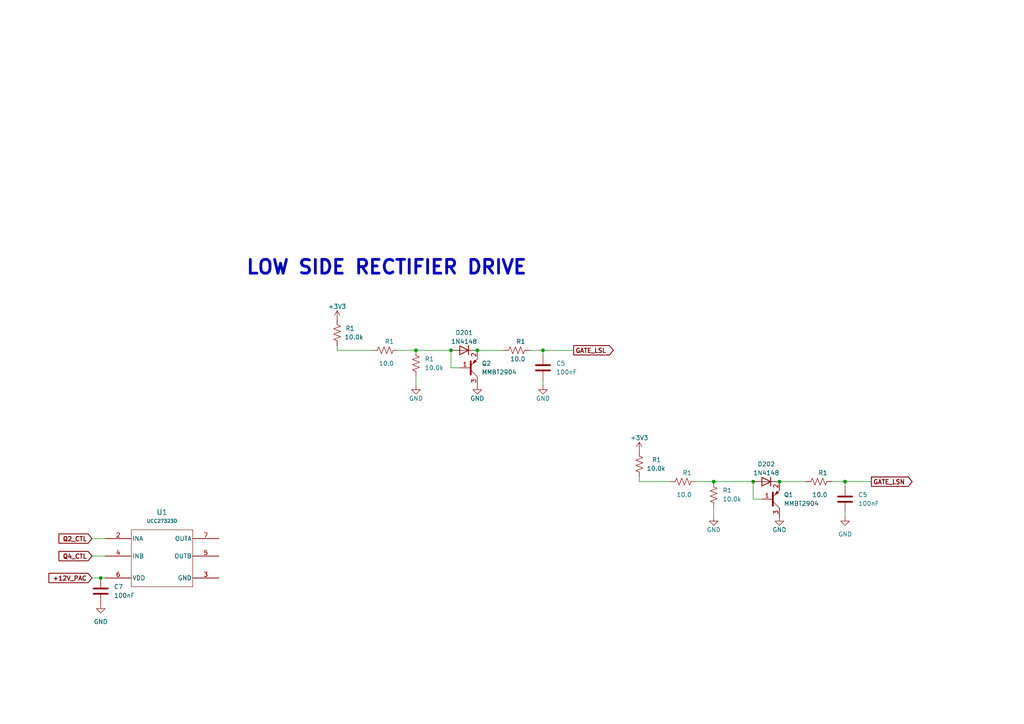
<source format=kicad_sch>
(kicad_sch (version 20230121) (generator eeschema)
  (paper "A4")
  (lib_symbols
    (symbol "Device:C" (pin_numbers hide) (pin_names (offset 0.254))
      (property "Reference" "C" (at 0.635 2.54 0))
      (property "Value" "C" (at 0.635 -2.54 0))
      (symbol "C_0_1"
        (polyline (pts (xy -2.032 -0.762) (xy 2.032 -0.762)) (stroke (width 0.508)))
        (polyline (pts (xy -2.032 0.762) (xy 2.032 0.762)) (stroke (width 0.508)))
      )
      (symbol "C_1_1"
        (pin passive line (at 0 3.81 270) (length 2.794) (name "~") (number "1"))
        (pin passive line (at 0 -3.81 90) (length 2.794) (name "~") (number "2"))
      )
    )
    (symbol "Device:D" (pin_numbers hide) (pin_names (offset 1.016) hide)
      (property "Reference" "D" (at 0 2.54 0))
      (property "Value" "D" (at 0 -2.54 0))
      (symbol "D_0_1"
        (polyline (pts (xy -1.27 1.27) (xy -1.27 -1.27)) (stroke (width 0.254)))
        (polyline (pts (xy 1.27 0) (xy -1.27 0)))
        (polyline (pts (xy 1.27 1.27) (xy 1.27 -1.27) (xy -1.27 0) (xy 1.27 1.27)) (stroke (width 0.254)))
      )
      (symbol "D_1_1"
        (pin passive line (at -3.81 0 0) (length 2.54) (name "K") (number "1"))
        (pin passive line (at 3.81 0 180) (length 2.54) (name "A") (number "2"))
      )
    )
    (symbol "Device:R_US" (pin_numbers hide) (pin_names (offset 0))
      (property "Reference" "R" (at 2.54 0 90))
      (property "Value" "R_US" (at -2.54 0 90))
      (symbol "R_US_0_1"
        (polyline (pts (xy 0 -2.286) (xy 0 -2.54)))
        (polyline (pts (xy 0 2.286) (xy 0 2.54)))
        (polyline (pts (xy 0 -0.762) (xy 1.016 -1.143) (xy 0 -1.524) (xy -1.016 -1.905) (xy 0 -2.286)))
        (polyline (pts (xy 0 0.762) (xy 1.016 0.381) (xy 0 0) (xy -1.016 -0.381) (xy 0 -0.762)))
        (polyline (pts (xy 0 2.286) (xy 1.016 1.905) (xy 0 1.524) (xy -1.016 1.143) (xy 0 0.762)))
      )
      (symbol "R_US_1_1"
        (pin passive line (at 0 3.81 270) (length 1.27) (name "~") (number "1"))
        (pin passive line (at 0 -3.81 90) (length 1.27) (name "~") (number "2"))
      )
    )
    (symbol "fb_smps_symbols:MMBT2904" (pin_names (offset 0) hide)
      (property "Reference" "Q" (at 5.08 1.905 0))
      (property "Value" "MMBT2904" (at 5.08 0 0))
      (symbol "MMBT2904_0_1"
        (polyline (pts (xy 0.635 0.635) (xy 2.54 2.54)))
        (polyline (pts (xy 0.635 -0.635) (xy 2.54 -2.54) (xy 2.54 -2.54)))
        (polyline (pts (xy 0.635 1.905) (xy 0.635 -1.905) (xy 0.635 -1.905)) (stroke (width 0.508)))
        (polyline (pts (xy 2.286 -1.778) (xy 1.778 -2.286) (xy 1.27 -1.27) (xy 2.286 -1.778) (xy 2.286 -1.778)) (fill (type outline)))
      )
      (symbol "MMBT2904_1_1"
        (pin input line (at -2.54 0 0) (length 3) (name "B") (number "1"))
        (pin passive line (at 2.54 -5.08 90) (length 2.54) (name "E") (number "2"))
        (pin passive line (at 2.54 5.08 270) (length 2.54) (name "C") (number "3"))
      )
    )
    (symbol "fb_smps_symbols:UCC27323D" (pin_names (offset 0.254))
      (property "Reference" "U" (at 10.16 1.27 0))
      (property "Value" "UCC27323D" (at 20.32 -17.78 0))
      (symbol "UCC27323D_0_1"
        (polyline (pts (xy 7.62 -16.51) (xy 25.4 -16.51)) (stroke (width 0.127)))
        (polyline (pts (xy 7.62 0) (xy 7.62 -16.51)) (stroke (width 0.127)))
        (polyline (pts (xy 25.4 -16.51) (xy 25.4 0)) (stroke (width 0.127)))
        (polyline (pts (xy 25.4 0) (xy 7.62 0)) (stroke (width 0.127)))
        (pin input line (at 0 -2.54 0) (length 7.62) (name "INA") (number "2"))
        (pin input line (at 0 -7.62 0) (length 7.62) (name "INB") (number "4"))
        (pin output line (at 33.02 -7.62 180) (length 7.62) (name "OUTB") (number "5"))
        (pin power_in line (at 0 -13.97 0) (length 7.62) (name "VDD") (number "6"))
        (pin output line (at 33.02 -2.54 180) (length 7.62) (name "OUTA") (number "7"))
      )
      (symbol "UCC27323D_1_1"
        (pin power_in line (at 33.02 -13.97 180) (length 7.62) (name "GND") (number "3"))
      )
    )
    (symbol "power:+3.3V" (power) (pin_names (offset 0))
      (property "Value" "+3.3V" (at 0 3.556 0))
      (symbol "+3.3V_0_1"
        (polyline (pts (xy -0.762 1.27) (xy 0 2.54)))
        (polyline (pts (xy 0 0) (xy 0 2.54)))
        (polyline (pts (xy 0 2.54) (xy 0.762 1.27)))
      )
      (symbol "+3.3V_1_1"
        (pin power_in line (at 0 0 90) (length 0) hide (name "+3V3") (number "1"))
      )
    )
    (symbol "power:GND" (power) (pin_names (offset 0))
      (property "Value" "GND" (at 0 -3.81 0))
      (symbol "GND_0_1"
        (polyline (pts (xy 0 0) (xy 0 -1.27) (xy 1.27 -1.27) (xy 0 -2.54) (xy -1.27 -1.27) (xy 0 -1.27)))
      )
      (symbol "GND_1_1"
        (pin power_in line (at 0 0 270) (length 0) hide (name "GND") (number "1"))
      )
    )
  )
  (junction (at 138.43 101.6))
  (junction (at 130.81 101.6))
  (junction (at 120.65 101.6))
  (junction (at 29.21 167.64))
  (junction (at 226.06 139.7))
  (junction (at 157.48 101.6))
  (junction (at 207.01 139.7))
  (junction (at 218.44 139.7))
  (junction (at 245.11 139.7))
  (wire (pts (xy 97.79 101.6) (xy 97.79 100.33)))
  (wire (pts (xy 115.57 101.6) (xy 120.65 101.6)))
  (wire (pts (xy 245.11 149.86) (xy 245.11 148.59)))
  (wire (pts (xy 157.48 101.6) (xy 157.48 102.87)))
  (wire (pts (xy 201.93 139.7) (xy 207.01 139.7)))
  (wire (pts (xy 218.44 144.78) (xy 220.98 144.78)))
  (wire (pts (xy 138.43 101.6) (xy 138.43 102.87)))
  (wire (pts (xy 26.67 161.29) (xy 30.48 161.29)))
  (wire (pts (xy 120.65 109.22) (xy 120.65 111.76)))
  (wire (pts (xy 130.81 106.68) (xy 130.81 101.6)))
  (wire (pts (xy 241.3 139.7) (xy 245.11 139.7)))
  (wire (pts (xy 26.67 156.21) (xy 30.48 156.21)))
  (wire (pts (xy 157.48 111.76) (xy 157.48 110.49)))
  (wire (pts (xy 185.42 139.7) (xy 185.42 138.43)))
  (wire (pts (xy 226.06 139.7) (xy 233.68 139.7)))
  (wire (pts (xy 97.79 101.6) (xy 107.95 101.6)))
  (wire (pts (xy 157.48 101.6) (xy 166.37 101.6)))
  (wire (pts (xy 120.65 101.6) (xy 130.81 101.6)))
  (wire (pts (xy 245.11 139.7) (xy 245.11 140.97)))
  (wire (pts (xy 29.21 167.64) (xy 30.48 167.64)))
  (wire (pts (xy 153.67 101.6) (xy 157.48 101.6)))
  (wire (pts (xy 245.11 139.7) (xy 252.73 139.7)))
  (wire (pts (xy 207.01 139.7) (xy 218.44 139.7)))
  (wire (pts (xy 26.67 167.64) (xy 29.21 167.64)))
  (wire (pts (xy 218.44 144.78) (xy 218.44 139.7)))
  (wire (pts (xy 207.01 147.32) (xy 207.01 149.86)))
  (wire (pts (xy 138.43 101.6) (xy 146.05 101.6)))
  (wire (pts (xy 185.42 139.7) (xy 194.31 139.7)))
  (wire (pts (xy 130.81 106.68) (xy 133.35 106.68)))
  (text "LOW SIDE RECTIFIER DRIVE" (at 71.12 80.01 0) (effects (font (size 4 4) (thickness 0.8) bold) (justify left bottom)))
  (global_label "Q2_CTL" (shape input) (at 26.67 156.21 180) (effects (font bold)) (property "Intersheetrefs" "${INTERSHEET_REFS}" (effects hide)))
  (global_label "Q4_CTL" (shape input) (at 26.67 161.29 180) (effects (font bold)) (property "Intersheetrefs" "${INTERSHEET_REFS}" (effects hide)))
  (global_label "+12V_PAC" (shape input) (at 26.67 167.64 180) (effects (font bold)) (property "Intersheetrefs" "${INTERSHEET_REFS}" (effects hide)))
  (global_label "GATE_LSL" (shape output) (at 166.37 101.6 0) (effects (font bold)) (property "Intersheetrefs" "${INTERSHEET_REFS}" (effects hide)))
  (global_label "GATE_LSN" (shape output) (at 252.73 139.7 0) (effects (font bold)) (property "Intersheetrefs" "${INTERSHEET_REFS}" (effects hide)))
  (symbol (lib_id "Device:R_US") (at 111.76 101.6 90) (unit 1)
    (property "Reference" "R1" (at 114.3 99.06 90) (effects (justify left)))
    (property "Value" "10.0" (at 114.3 105.41 90) (effects (justify left)))
    (instances (project "full_bridge_smps" (path "" (reference "R1") (unit 1)) (path "" (reference "R205") (unit 1))))
  )
  (symbol (lib_id "power:GND") (at 157.48 111.76 0) (unit 1)
    (property "Reference" "#PWR09" (effects hide))
    (property "Value" "GND" (at 157.48 115.57 0))
  )
  (symbol (lib_id "fb_smps_symbols:MMBT2904") (at 223.52 144.78 0) (mirror x) (unit 1)
    (property "Reference" "Q1" (at 227.33 143.51 0) (effects (justify left)))
    (property "Value" "MMBT2904" (at 227.33 146.05 0) (effects (justify left)))
    (property "Footprint" "fb_smps_footprints:MMBT2907" (effects hide))
  )
  (symbol (lib_id "power:GND") (at 226.06 149.86 0) (unit 1)
    (property "Reference" "#PWR012" (effects hide))
    (property "Value" "GND" (at 226.06 153.67 0))
  )
  (symbol (lib_id "Device:R_US") (at 237.49 139.7 90) (unit 1)
    (property "Reference" "R1" (at 240.03 137.16 90) (effects (justify left)))
    (property "Value" "10.0" (at 240.03 143.51 90) (effects (justify left)))
    (instances (project "full_bridge_smps" (path "" (reference "R1") (unit 1)) (path "" (reference "R202") (unit 1))))
  )
  (symbol (lib_id "power:+3.3V") (at 185.42 130.81 0) (unit 1)
    (property "Reference" "#PWR019" (effects hide))
    (property "Value" "+3.3V" (at 185.42 127 0))
    (instances (project "full_bridge_smps" (path "" (reference "#PWR019") (unit 1)) (path "" (reference "#PWR021") (unit 1))))
  )
  (symbol (lib_id "power:GND") (at 138.43 111.76 0) (unit 1)
    (property "Reference" "#PWR013" (effects hide))
    (property "Value" "GND" (at 138.43 115.57 0))
  )
  (symbol (lib_id "power:GND") (at 245.11 149.86 0) (unit 1)
    (property "Reference" "#PWR011" (effects hide))
    (property "Value" "GND" (at 245.11 154.94 0))
  )
  (symbol (lib_id "fb_smps_symbols:UCC27323D") (at 30.48 153.67 0) (unit 1)
    (property "Reference" "U1" (at 46.99 148.59 0) (effects (font (size 1.524 1.524))))
    (property "Value" "UCC27323D" (at 46.99 151.13 0) (effects (font (size 1 1))))
    (property "Footprint" "fb_smps_footprints:UCC27323D" (effects hide))
    (property "Datasheet" "UCC27323D" (effects hide))
  )
  (symbol (lib_id "Device:R_US") (at 120.65 105.41 0) (unit 1)
    (property "Reference" "R1" (at 123.19 104.14 0) (effects (justify left)))
    (property "Value" "10.0k" (at 123.19 106.68 0) (effects (justify left)))
    (instances (project "full_bridge_smps" (path "" (reference "R1") (unit 1)) (path "" (reference "R203") (unit 1))))
  )
  (symbol (lib_id "Device:R_US") (at 149.86 101.6 90) (unit 1)
    (property "Reference" "R1" (at 152.4 99.06 90) (effects (justify left)))
    (property "Value" "10.0" (at 152.4 104.14 90) (effects (justify left)))
    (instances (project "full_bridge_smps" (path "" (reference "R1") (unit 1)) (path "" (reference "R201") (unit 1))))
  )
  (symbol (lib_id "Device:C") (at 157.48 106.68 0) (unit 1)
    (property "Reference" "C5" (at 161.29 105.41 0) (effects (justify left)))
    (property "Value" "100nF" (at 161.29 107.95 0) (effects (justify left)))
    (instances (project "full_bridge_smps" (path "" (reference "C5") (unit 1)) (path "" (reference "C201") (unit 1))))
  )
  (symbol (lib_id "Device:R_US") (at 198.12 139.7 90) (unit 1)
    (property "Reference" "R1" (at 200.66 137.16 90) (effects (justify left)))
    (property "Value" "10.0" (at 200.66 143.51 90) (effects (justify left)))
    (instances (project "full_bridge_smps" (path "" (reference "R1") (unit 1)) (path "" (reference "R206") (unit 1))))
  )
  (symbol (lib_id "Device:D") (at 222.25 139.7 180) (unit 1)
    (property "Reference" "D202" (at 222.25 134.62 0))
    (property "Value" "1N4148" (at 222.25 137.16 0))
  )
  (symbol (lib_id "power:GND") (at 207.01 149.86 0) (unit 1)
    (property "Reference" "#PWR010" (effects hide))
    (property "Value" "GND" (at 207.01 153.67 0))
  )
  (symbol (lib_id "Device:C") (at 29.21 171.45 0) (unit 1)
    (property "Reference" "C7" (at 33.02 170.18 0) (effects (justify left)))
    (property "Value" "100nF" (at 33.02 172.72 0) (effects (justify left)))
  )
  (symbol (lib_id "power:GND") (at 29.21 175.26 0) (unit 1)
    (property "Reference" "#PWR07" (effects hide))
    (property "Value" "GND" (at 29.21 180.34 0))
  )
  (symbol (lib_id "Device:R_US") (at 207.01 143.51 0) (unit 1)
    (property "Reference" "R1" (at 209.55 142.24 0) (effects (justify left)))
    (property "Value" "10.0k" (at 209.55 144.78 0) (effects (justify left)))
    (instances (project "full_bridge_smps" (path "" (reference "R1") (unit 1)) (path "" (reference "R204") (unit 1))))
  )
  (symbol (lib_id "Device:C") (at 245.11 144.78 0) (unit 1)
    (property "Reference" "C5" (at 248.92 143.51 0) (effects (justify left)))
    (property "Value" "100nF" (at 248.92 146.05 0) (effects (justify left)))
    (instances (project "full_bridge_smps" (path "" (reference "C5") (unit 1)) (path "" (reference "C9") (unit 1))))
  )
  (symbol (lib_id "power:+3.3V") (at 97.79 92.71 0) (unit 1)
    (property "Reference" "#PWR019" (effects hide))
    (property "Value" "+3.3V" (at 97.79 88.9 0))
    (instances (project "full_bridge_smps" (path "" (reference "#PWR019") (unit 1)) (path "" (reference "#PWR020") (unit 1))))
  )
  (symbol (lib_id "Device:R_US") (at 97.79 96.52 180) (unit 1)
    (property "Reference" "R1" (at 102.87 95.25 0) (effects (justify left)))
    (property "Value" "10.0k" (at 105.41 97.79 0) (effects (justify left)))
    (instances (project "full_bridge_smps" (path "" (reference "R1") (unit 1)) (path "" (reference "R8") (unit 1))))
  )
  (symbol (lib_id "fb_smps_symbols:MMBT2904") (at 135.89 106.68 0) (mirror x) (unit 1)
    (property "Reference" "Q2" (at 139.7 105.41 0) (effects (justify left)))
    (property "Value" "MMBT2904" (at 139.7 107.95 0) (effects (justify left)))
    (property "Footprint" "fb_smps_footprints:MMBT2907" (effects hide))
  )
  (symbol (lib_id "power:GND") (at 120.65 111.76 0) (unit 1)
    (property "Reference" "#PWR08" (effects hide))
    (property "Value" "GND" (at 120.65 115.57 0))
  )
  (symbol (lib_id "Device:R_US") (at 185.42 134.62 180) (unit 1)
    (property "Reference" "R1" (at 191.77 133.35 0) (effects (justify left)))
    (property "Value" "10.0k" (at 193.04 135.89 0) (effects (justify left)))
    (instances (project "full_bridge_smps" (path "" (reference "R1") (unit 1)) (path "" (reference "R11") (unit 1))))
  )
  (symbol (lib_id "Device:D") (at 134.62 101.6 180) (unit 1)
    (property "Reference" "D201" (at 134.62 96.52 0))
    (property "Value" "1N4148" (at 134.62 99.06 0))
  )
)
</source>
